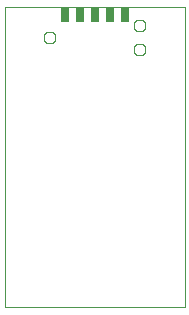
<source format=gbp>
G75*
%MOIN*%
%OFA0B0*%
%FSLAX25Y25*%
%IPPOS*%
%LPD*%
%AMOC8*
5,1,8,0,0,1.08239X$1,22.5*
%
%ADD10C,0.00000*%
%ADD11R,0.02500X0.05000*%
D10*
X0008150Y0096576D02*
X0008150Y0196576D01*
X0068150Y0196576D01*
X0068150Y0096576D01*
X0008150Y0096576D01*
X0051181Y0182576D02*
X0051183Y0182664D01*
X0051189Y0182752D01*
X0051199Y0182840D01*
X0051213Y0182928D01*
X0051230Y0183014D01*
X0051252Y0183100D01*
X0051277Y0183184D01*
X0051307Y0183268D01*
X0051339Y0183350D01*
X0051376Y0183430D01*
X0051416Y0183509D01*
X0051460Y0183586D01*
X0051507Y0183661D01*
X0051557Y0183733D01*
X0051611Y0183804D01*
X0051667Y0183871D01*
X0051727Y0183937D01*
X0051789Y0183999D01*
X0051855Y0184059D01*
X0051922Y0184115D01*
X0051993Y0184169D01*
X0052065Y0184219D01*
X0052140Y0184266D01*
X0052217Y0184310D01*
X0052296Y0184350D01*
X0052376Y0184387D01*
X0052458Y0184419D01*
X0052542Y0184449D01*
X0052626Y0184474D01*
X0052712Y0184496D01*
X0052798Y0184513D01*
X0052886Y0184527D01*
X0052974Y0184537D01*
X0053062Y0184543D01*
X0053150Y0184545D01*
X0053238Y0184543D01*
X0053326Y0184537D01*
X0053414Y0184527D01*
X0053502Y0184513D01*
X0053588Y0184496D01*
X0053674Y0184474D01*
X0053758Y0184449D01*
X0053842Y0184419D01*
X0053924Y0184387D01*
X0054004Y0184350D01*
X0054083Y0184310D01*
X0054160Y0184266D01*
X0054235Y0184219D01*
X0054307Y0184169D01*
X0054378Y0184115D01*
X0054445Y0184059D01*
X0054511Y0183999D01*
X0054573Y0183937D01*
X0054633Y0183871D01*
X0054689Y0183804D01*
X0054743Y0183733D01*
X0054793Y0183661D01*
X0054840Y0183586D01*
X0054884Y0183509D01*
X0054924Y0183430D01*
X0054961Y0183350D01*
X0054993Y0183268D01*
X0055023Y0183184D01*
X0055048Y0183100D01*
X0055070Y0183014D01*
X0055087Y0182928D01*
X0055101Y0182840D01*
X0055111Y0182752D01*
X0055117Y0182664D01*
X0055119Y0182576D01*
X0055117Y0182488D01*
X0055111Y0182400D01*
X0055101Y0182312D01*
X0055087Y0182224D01*
X0055070Y0182138D01*
X0055048Y0182052D01*
X0055023Y0181968D01*
X0054993Y0181884D01*
X0054961Y0181802D01*
X0054924Y0181722D01*
X0054884Y0181643D01*
X0054840Y0181566D01*
X0054793Y0181491D01*
X0054743Y0181419D01*
X0054689Y0181348D01*
X0054633Y0181281D01*
X0054573Y0181215D01*
X0054511Y0181153D01*
X0054445Y0181093D01*
X0054378Y0181037D01*
X0054307Y0180983D01*
X0054235Y0180933D01*
X0054160Y0180886D01*
X0054083Y0180842D01*
X0054004Y0180802D01*
X0053924Y0180765D01*
X0053842Y0180733D01*
X0053758Y0180703D01*
X0053674Y0180678D01*
X0053588Y0180656D01*
X0053502Y0180639D01*
X0053414Y0180625D01*
X0053326Y0180615D01*
X0053238Y0180609D01*
X0053150Y0180607D01*
X0053062Y0180609D01*
X0052974Y0180615D01*
X0052886Y0180625D01*
X0052798Y0180639D01*
X0052712Y0180656D01*
X0052626Y0180678D01*
X0052542Y0180703D01*
X0052458Y0180733D01*
X0052376Y0180765D01*
X0052296Y0180802D01*
X0052217Y0180842D01*
X0052140Y0180886D01*
X0052065Y0180933D01*
X0051993Y0180983D01*
X0051922Y0181037D01*
X0051855Y0181093D01*
X0051789Y0181153D01*
X0051727Y0181215D01*
X0051667Y0181281D01*
X0051611Y0181348D01*
X0051557Y0181419D01*
X0051507Y0181491D01*
X0051460Y0181566D01*
X0051416Y0181643D01*
X0051376Y0181722D01*
X0051339Y0181802D01*
X0051307Y0181884D01*
X0051277Y0181968D01*
X0051252Y0182052D01*
X0051230Y0182138D01*
X0051213Y0182224D01*
X0051199Y0182312D01*
X0051189Y0182400D01*
X0051183Y0182488D01*
X0051181Y0182576D01*
X0051181Y0190576D02*
X0051183Y0190664D01*
X0051189Y0190752D01*
X0051199Y0190840D01*
X0051213Y0190928D01*
X0051230Y0191014D01*
X0051252Y0191100D01*
X0051277Y0191184D01*
X0051307Y0191268D01*
X0051339Y0191350D01*
X0051376Y0191430D01*
X0051416Y0191509D01*
X0051460Y0191586D01*
X0051507Y0191661D01*
X0051557Y0191733D01*
X0051611Y0191804D01*
X0051667Y0191871D01*
X0051727Y0191937D01*
X0051789Y0191999D01*
X0051855Y0192059D01*
X0051922Y0192115D01*
X0051993Y0192169D01*
X0052065Y0192219D01*
X0052140Y0192266D01*
X0052217Y0192310D01*
X0052296Y0192350D01*
X0052376Y0192387D01*
X0052458Y0192419D01*
X0052542Y0192449D01*
X0052626Y0192474D01*
X0052712Y0192496D01*
X0052798Y0192513D01*
X0052886Y0192527D01*
X0052974Y0192537D01*
X0053062Y0192543D01*
X0053150Y0192545D01*
X0053238Y0192543D01*
X0053326Y0192537D01*
X0053414Y0192527D01*
X0053502Y0192513D01*
X0053588Y0192496D01*
X0053674Y0192474D01*
X0053758Y0192449D01*
X0053842Y0192419D01*
X0053924Y0192387D01*
X0054004Y0192350D01*
X0054083Y0192310D01*
X0054160Y0192266D01*
X0054235Y0192219D01*
X0054307Y0192169D01*
X0054378Y0192115D01*
X0054445Y0192059D01*
X0054511Y0191999D01*
X0054573Y0191937D01*
X0054633Y0191871D01*
X0054689Y0191804D01*
X0054743Y0191733D01*
X0054793Y0191661D01*
X0054840Y0191586D01*
X0054884Y0191509D01*
X0054924Y0191430D01*
X0054961Y0191350D01*
X0054993Y0191268D01*
X0055023Y0191184D01*
X0055048Y0191100D01*
X0055070Y0191014D01*
X0055087Y0190928D01*
X0055101Y0190840D01*
X0055111Y0190752D01*
X0055117Y0190664D01*
X0055119Y0190576D01*
X0055117Y0190488D01*
X0055111Y0190400D01*
X0055101Y0190312D01*
X0055087Y0190224D01*
X0055070Y0190138D01*
X0055048Y0190052D01*
X0055023Y0189968D01*
X0054993Y0189884D01*
X0054961Y0189802D01*
X0054924Y0189722D01*
X0054884Y0189643D01*
X0054840Y0189566D01*
X0054793Y0189491D01*
X0054743Y0189419D01*
X0054689Y0189348D01*
X0054633Y0189281D01*
X0054573Y0189215D01*
X0054511Y0189153D01*
X0054445Y0189093D01*
X0054378Y0189037D01*
X0054307Y0188983D01*
X0054235Y0188933D01*
X0054160Y0188886D01*
X0054083Y0188842D01*
X0054004Y0188802D01*
X0053924Y0188765D01*
X0053842Y0188733D01*
X0053758Y0188703D01*
X0053674Y0188678D01*
X0053588Y0188656D01*
X0053502Y0188639D01*
X0053414Y0188625D01*
X0053326Y0188615D01*
X0053238Y0188609D01*
X0053150Y0188607D01*
X0053062Y0188609D01*
X0052974Y0188615D01*
X0052886Y0188625D01*
X0052798Y0188639D01*
X0052712Y0188656D01*
X0052626Y0188678D01*
X0052542Y0188703D01*
X0052458Y0188733D01*
X0052376Y0188765D01*
X0052296Y0188802D01*
X0052217Y0188842D01*
X0052140Y0188886D01*
X0052065Y0188933D01*
X0051993Y0188983D01*
X0051922Y0189037D01*
X0051855Y0189093D01*
X0051789Y0189153D01*
X0051727Y0189215D01*
X0051667Y0189281D01*
X0051611Y0189348D01*
X0051557Y0189419D01*
X0051507Y0189491D01*
X0051460Y0189566D01*
X0051416Y0189643D01*
X0051376Y0189722D01*
X0051339Y0189802D01*
X0051307Y0189884D01*
X0051277Y0189968D01*
X0051252Y0190052D01*
X0051230Y0190138D01*
X0051213Y0190224D01*
X0051199Y0190312D01*
X0051189Y0190400D01*
X0051183Y0190488D01*
X0051181Y0190576D01*
X0021181Y0186576D02*
X0021183Y0186664D01*
X0021189Y0186752D01*
X0021199Y0186840D01*
X0021213Y0186928D01*
X0021230Y0187014D01*
X0021252Y0187100D01*
X0021277Y0187184D01*
X0021307Y0187268D01*
X0021339Y0187350D01*
X0021376Y0187430D01*
X0021416Y0187509D01*
X0021460Y0187586D01*
X0021507Y0187661D01*
X0021557Y0187733D01*
X0021611Y0187804D01*
X0021667Y0187871D01*
X0021727Y0187937D01*
X0021789Y0187999D01*
X0021855Y0188059D01*
X0021922Y0188115D01*
X0021993Y0188169D01*
X0022065Y0188219D01*
X0022140Y0188266D01*
X0022217Y0188310D01*
X0022296Y0188350D01*
X0022376Y0188387D01*
X0022458Y0188419D01*
X0022542Y0188449D01*
X0022626Y0188474D01*
X0022712Y0188496D01*
X0022798Y0188513D01*
X0022886Y0188527D01*
X0022974Y0188537D01*
X0023062Y0188543D01*
X0023150Y0188545D01*
X0023238Y0188543D01*
X0023326Y0188537D01*
X0023414Y0188527D01*
X0023502Y0188513D01*
X0023588Y0188496D01*
X0023674Y0188474D01*
X0023758Y0188449D01*
X0023842Y0188419D01*
X0023924Y0188387D01*
X0024004Y0188350D01*
X0024083Y0188310D01*
X0024160Y0188266D01*
X0024235Y0188219D01*
X0024307Y0188169D01*
X0024378Y0188115D01*
X0024445Y0188059D01*
X0024511Y0187999D01*
X0024573Y0187937D01*
X0024633Y0187871D01*
X0024689Y0187804D01*
X0024743Y0187733D01*
X0024793Y0187661D01*
X0024840Y0187586D01*
X0024884Y0187509D01*
X0024924Y0187430D01*
X0024961Y0187350D01*
X0024993Y0187268D01*
X0025023Y0187184D01*
X0025048Y0187100D01*
X0025070Y0187014D01*
X0025087Y0186928D01*
X0025101Y0186840D01*
X0025111Y0186752D01*
X0025117Y0186664D01*
X0025119Y0186576D01*
X0025117Y0186488D01*
X0025111Y0186400D01*
X0025101Y0186312D01*
X0025087Y0186224D01*
X0025070Y0186138D01*
X0025048Y0186052D01*
X0025023Y0185968D01*
X0024993Y0185884D01*
X0024961Y0185802D01*
X0024924Y0185722D01*
X0024884Y0185643D01*
X0024840Y0185566D01*
X0024793Y0185491D01*
X0024743Y0185419D01*
X0024689Y0185348D01*
X0024633Y0185281D01*
X0024573Y0185215D01*
X0024511Y0185153D01*
X0024445Y0185093D01*
X0024378Y0185037D01*
X0024307Y0184983D01*
X0024235Y0184933D01*
X0024160Y0184886D01*
X0024083Y0184842D01*
X0024004Y0184802D01*
X0023924Y0184765D01*
X0023842Y0184733D01*
X0023758Y0184703D01*
X0023674Y0184678D01*
X0023588Y0184656D01*
X0023502Y0184639D01*
X0023414Y0184625D01*
X0023326Y0184615D01*
X0023238Y0184609D01*
X0023150Y0184607D01*
X0023062Y0184609D01*
X0022974Y0184615D01*
X0022886Y0184625D01*
X0022798Y0184639D01*
X0022712Y0184656D01*
X0022626Y0184678D01*
X0022542Y0184703D01*
X0022458Y0184733D01*
X0022376Y0184765D01*
X0022296Y0184802D01*
X0022217Y0184842D01*
X0022140Y0184886D01*
X0022065Y0184933D01*
X0021993Y0184983D01*
X0021922Y0185037D01*
X0021855Y0185093D01*
X0021789Y0185153D01*
X0021727Y0185215D01*
X0021667Y0185281D01*
X0021611Y0185348D01*
X0021557Y0185419D01*
X0021507Y0185491D01*
X0021460Y0185566D01*
X0021416Y0185643D01*
X0021376Y0185722D01*
X0021339Y0185802D01*
X0021307Y0185884D01*
X0021277Y0185968D01*
X0021252Y0186052D01*
X0021230Y0186138D01*
X0021213Y0186224D01*
X0021199Y0186312D01*
X0021189Y0186400D01*
X0021183Y0186488D01*
X0021181Y0186576D01*
D11*
X0028150Y0194076D03*
X0033150Y0194076D03*
X0038150Y0194076D03*
X0043150Y0194076D03*
X0048150Y0194076D03*
M02*

</source>
